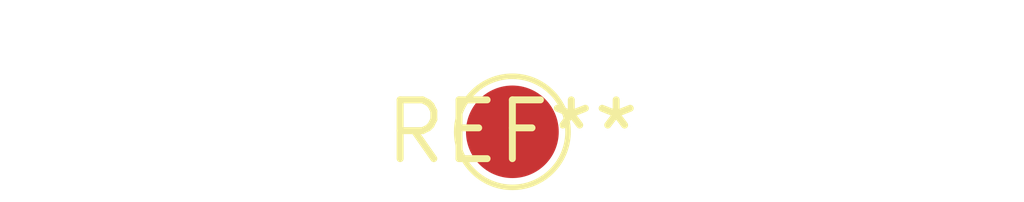
<source format=kicad_pcb>
(kicad_pcb (version 20240108) (generator pcbnew)
  (layers (0 "F.Cu" signal) (31 "B.Cu" signal) (34 "B.Paste" user) (35 "F.Paste" user) (36 "B.SilkS" user "B.Silkscreen") (37 "F.SilkS" user "F.Silkscreen") (38 "B.Mask" user) (39 "F.Mask" user) (44 "Edge.Cuts" user))
  (net 0 "")
  (footprint "TestPoint_Pad_D2.0mm" (layer "F.Cu") (at 0 0)
    (property "Reference" "REF**")
    (property "Value" "TestPoint_Pad_D2.0mm")
    (fp_circle (center 0 0) (end 0 1.2) (layer "F.SilkS") (stroke (width 0.12)) (fill none))
    (pad "1" smd circle (at 0 0) (size 2 2) (layers "F.Cu" "F.Mask"))
  )
)
</source>
